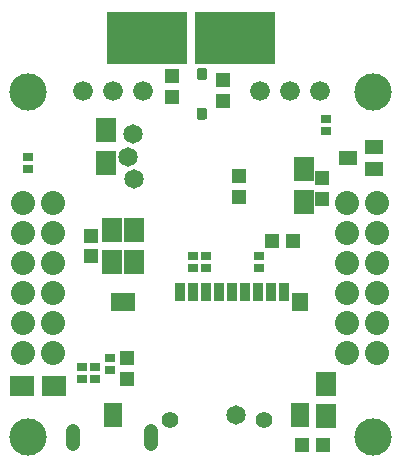
<source format=gbs>
G04 EAGLE Gerber RS-274X export*
G75*
%MOMM*%
%FSLAX34Y34*%
%LPD*%
%INSoldermask Bottom*%
%IPPOS*%
%AMOC8*
5,1,8,0,0,1.08239X$1,22.5*%
G01*
%ADD10C,3.152400*%
%ADD11R,6.731000X4.445000*%
%ADD12R,2.102400X1.652400*%
%ADD13R,1.652400X2.102400*%
%ADD14R,1.232400X1.202400*%
%ADD15R,1.202400X1.232400*%
%ADD16R,0.852400X0.752400*%
%ADD17R,1.552400X2.152400*%
%ADD18R,1.432400X1.552400*%
%ADD19R,2.102400X1.552400*%
%ADD20R,0.852400X1.552400*%
%ADD21C,1.402400*%
%ADD22R,1.552400X1.152400*%
%ADD23C,1.219200*%
%ADD24C,1.652400*%
%ADD25C,2.032000*%
%ADD26C,1.676400*%

G36*
X169742Y322803D02*
X169742Y322803D01*
X169744Y322801D01*
X170088Y322828D01*
X170092Y322832D01*
X170096Y322829D01*
X170432Y322910D01*
X170435Y322915D01*
X170439Y322913D01*
X170758Y323045D01*
X170761Y323050D01*
X170765Y323048D01*
X171059Y323228D01*
X171061Y323233D01*
X171065Y323233D01*
X171328Y323457D01*
X171329Y323462D01*
X171334Y323462D01*
X171558Y323725D01*
X171558Y323731D01*
X171562Y323731D01*
X171742Y324025D01*
X171741Y324031D01*
X171746Y324032D01*
X171878Y324351D01*
X171876Y324357D01*
X171880Y324358D01*
X171961Y324694D01*
X171959Y324700D01*
X171962Y324702D01*
X171989Y325046D01*
X171988Y325049D01*
X171989Y325050D01*
X171989Y330850D01*
X171987Y330852D01*
X171989Y330854D01*
X171962Y331198D01*
X171958Y331202D01*
X171961Y331206D01*
X171880Y331542D01*
X171875Y331545D01*
X171878Y331549D01*
X171746Y331868D01*
X171740Y331871D01*
X171742Y331875D01*
X171562Y332169D01*
X171557Y332171D01*
X171558Y332175D01*
X171334Y332438D01*
X171328Y332439D01*
X171328Y332444D01*
X171065Y332668D01*
X171059Y332668D01*
X171059Y332672D01*
X170765Y332852D01*
X170759Y332851D01*
X170758Y332856D01*
X170439Y332988D01*
X170433Y332986D01*
X170432Y332990D01*
X170096Y333071D01*
X170088Y333068D01*
X170084Y333072D01*
X165540Y333099D01*
X165538Y333097D01*
X165536Y333099D01*
X165192Y333072D01*
X165188Y333068D01*
X165184Y333071D01*
X164848Y332990D01*
X164845Y332985D01*
X164841Y332988D01*
X164522Y332856D01*
X164519Y332850D01*
X164515Y332852D01*
X164221Y332672D01*
X164219Y332667D01*
X164215Y332668D01*
X163952Y332444D01*
X163951Y332438D01*
X163947Y332438D01*
X163723Y332175D01*
X163722Y332169D01*
X163718Y332169D01*
X163538Y331875D01*
X163539Y331869D01*
X163535Y331868D01*
X163403Y331549D01*
X163404Y331543D01*
X163400Y331542D01*
X163319Y331206D01*
X163321Y331200D01*
X163318Y331198D01*
X163291Y330854D01*
X163293Y330851D01*
X163291Y330850D01*
X163291Y325050D01*
X163293Y325048D01*
X163291Y325046D01*
X163318Y324702D01*
X163322Y324698D01*
X163319Y324694D01*
X163400Y324358D01*
X163405Y324355D01*
X163403Y324351D01*
X163535Y324032D01*
X163540Y324029D01*
X163538Y324025D01*
X163718Y323731D01*
X163723Y323729D01*
X163723Y323725D01*
X163947Y323462D01*
X163952Y323461D01*
X163952Y323457D01*
X164215Y323233D01*
X164221Y323232D01*
X164221Y323228D01*
X164515Y323048D01*
X164521Y323049D01*
X164522Y323045D01*
X164841Y322913D01*
X164847Y322914D01*
X164848Y322910D01*
X165184Y322829D01*
X165192Y322833D01*
X165196Y322828D01*
X169740Y322801D01*
X169742Y322803D01*
G37*
G36*
X169742Y289203D02*
X169742Y289203D01*
X169744Y289201D01*
X170088Y289228D01*
X170092Y289232D01*
X170096Y289229D01*
X170432Y289310D01*
X170435Y289315D01*
X170439Y289313D01*
X170758Y289445D01*
X170761Y289450D01*
X170765Y289448D01*
X171059Y289628D01*
X171061Y289633D01*
X171065Y289633D01*
X171328Y289857D01*
X171329Y289862D01*
X171334Y289862D01*
X171558Y290125D01*
X171558Y290131D01*
X171562Y290131D01*
X171742Y290425D01*
X171741Y290431D01*
X171746Y290432D01*
X171878Y290751D01*
X171876Y290757D01*
X171880Y290758D01*
X171961Y291094D01*
X171959Y291100D01*
X171962Y291102D01*
X171989Y291446D01*
X171988Y291449D01*
X171989Y291450D01*
X171989Y297250D01*
X171987Y297252D01*
X171989Y297254D01*
X171962Y297598D01*
X171958Y297602D01*
X171961Y297606D01*
X171880Y297942D01*
X171875Y297945D01*
X171878Y297949D01*
X171746Y298268D01*
X171740Y298271D01*
X171742Y298275D01*
X171562Y298569D01*
X171557Y298571D01*
X171558Y298575D01*
X171334Y298838D01*
X171328Y298839D01*
X171328Y298844D01*
X171065Y299068D01*
X171059Y299068D01*
X171059Y299072D01*
X170765Y299252D01*
X170759Y299251D01*
X170758Y299256D01*
X170439Y299388D01*
X170433Y299386D01*
X170432Y299390D01*
X170096Y299471D01*
X170088Y299468D01*
X170084Y299472D01*
X165540Y299499D01*
X165538Y299497D01*
X165536Y299499D01*
X165192Y299472D01*
X165188Y299468D01*
X165184Y299471D01*
X164848Y299390D01*
X164845Y299385D01*
X164841Y299388D01*
X164522Y299256D01*
X164519Y299250D01*
X164515Y299252D01*
X164221Y299072D01*
X164219Y299067D01*
X164215Y299068D01*
X163952Y298844D01*
X163951Y298838D01*
X163947Y298838D01*
X163723Y298575D01*
X163722Y298569D01*
X163718Y298569D01*
X163538Y298275D01*
X163539Y298269D01*
X163535Y298268D01*
X163403Y297949D01*
X163404Y297943D01*
X163400Y297942D01*
X163319Y297606D01*
X163321Y297600D01*
X163318Y297598D01*
X163291Y297254D01*
X163293Y297251D01*
X163291Y297250D01*
X163291Y291450D01*
X163293Y291448D01*
X163291Y291446D01*
X163318Y291102D01*
X163322Y291098D01*
X163319Y291094D01*
X163400Y290758D01*
X163405Y290755D01*
X163403Y290751D01*
X163535Y290432D01*
X163540Y290429D01*
X163538Y290425D01*
X163718Y290131D01*
X163723Y290129D01*
X163723Y290125D01*
X163947Y289862D01*
X163952Y289861D01*
X163952Y289857D01*
X164215Y289633D01*
X164221Y289632D01*
X164221Y289628D01*
X164515Y289448D01*
X164521Y289449D01*
X164522Y289445D01*
X164841Y289313D01*
X164847Y289314D01*
X164848Y289310D01*
X165184Y289229D01*
X165192Y289233D01*
X165196Y289228D01*
X169740Y289201D01*
X169742Y289203D01*
G37*
D10*
X313055Y312420D03*
X313055Y20320D03*
X20955Y20320D03*
X20955Y312420D03*
D11*
X121285Y358775D03*
X196215Y358775D03*
D12*
X42960Y63500D03*
X15460Y63500D03*
D13*
X86360Y280450D03*
X86360Y252950D03*
D14*
X199390Y241160D03*
X199390Y223660D03*
D15*
X252870Y13970D03*
X270370Y13970D03*
D14*
X185420Y322440D03*
X185420Y304940D03*
D13*
X273050Y65820D03*
X273050Y38320D03*
D14*
X73660Y190995D03*
X73660Y173495D03*
X269240Y222390D03*
X269240Y239890D03*
D13*
X254000Y219930D03*
X254000Y247430D03*
X91440Y195995D03*
X91440Y168495D03*
X110490Y195995D03*
X110490Y168495D03*
D14*
X104140Y87490D03*
X104140Y69990D03*
D15*
X227470Y186690D03*
X244970Y186690D03*
D14*
X142240Y326250D03*
X142240Y308750D03*
D16*
X90170Y87550D03*
X90170Y77550D03*
X273050Y279480D03*
X273050Y289480D03*
X77470Y69930D03*
X77470Y79930D03*
X66040Y69930D03*
X66040Y79930D03*
X171450Y173910D03*
X171450Y163910D03*
X160020Y173910D03*
X160020Y163910D03*
X215900Y173910D03*
X215900Y163910D03*
D17*
X92450Y38810D03*
X250450Y38810D03*
D18*
X251050Y134810D03*
D19*
X101200Y134810D03*
D20*
X149450Y143510D03*
X160450Y143510D03*
X171450Y143510D03*
X182450Y143510D03*
X193450Y143510D03*
X204450Y143510D03*
X215450Y143510D03*
X226450Y143510D03*
X237450Y143510D03*
D21*
X140450Y34810D03*
X220450Y34810D03*
D22*
X291260Y256540D03*
X313260Y247040D03*
X313260Y266040D03*
D23*
X58420Y25908D02*
X58420Y14732D01*
X124460Y14732D02*
X124460Y25908D01*
D24*
X105410Y257810D03*
X109220Y276860D03*
X110490Y238760D03*
X196850Y39370D03*
D16*
X20320Y247730D03*
X20320Y257730D03*
D25*
X16510Y219075D03*
X41910Y219075D03*
X16510Y193675D03*
X41910Y193675D03*
X16510Y168275D03*
X41910Y168275D03*
X16510Y142875D03*
X41910Y142875D03*
X16510Y117475D03*
X41910Y117475D03*
X16510Y92075D03*
X41910Y92075D03*
X316230Y92075D03*
X290830Y92075D03*
X316230Y117475D03*
X290830Y117475D03*
X316230Y142875D03*
X290830Y142875D03*
X316230Y168275D03*
X290830Y168275D03*
X316230Y193675D03*
X290830Y193675D03*
X316230Y219075D03*
X290830Y219075D03*
D26*
X267970Y313690D03*
X242570Y313690D03*
X217170Y313690D03*
X118110Y313690D03*
X92710Y313690D03*
X67310Y313690D03*
M02*

</source>
